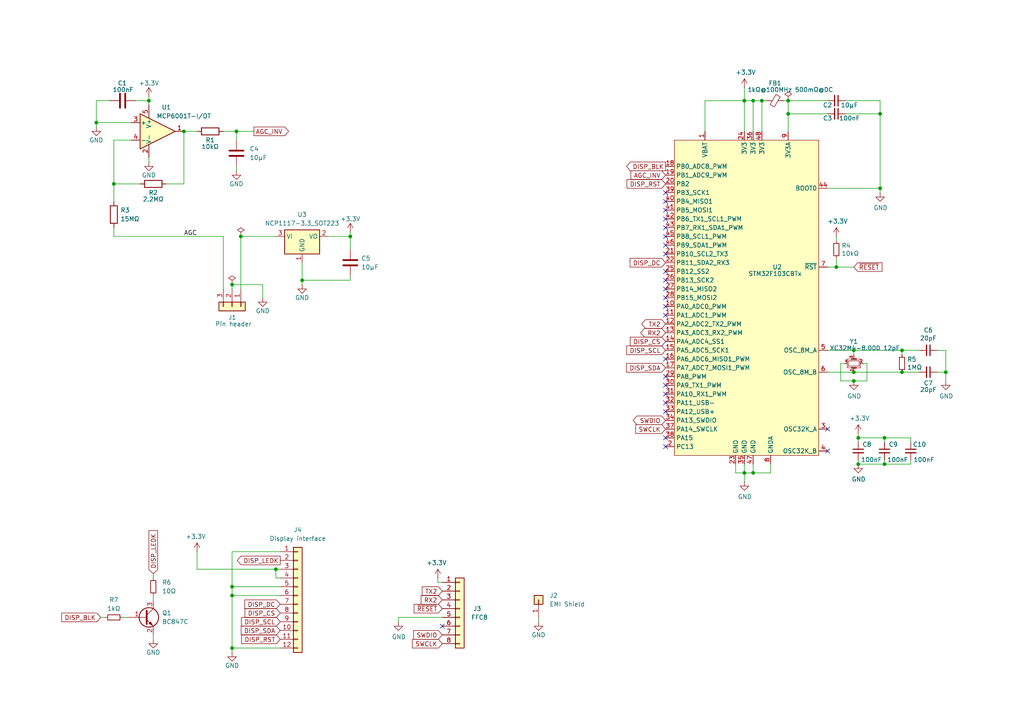
<source format=kicad_sch>
(kicad_sch (version 20231120) (generator "eeschema") (generator_version "8.0")
  (paper "A4")
  (title_block (title "U6A MCU Board") (date "2024-07-19") (company "Retronics - Bjørner Sandom"))
  (lib_symbols
    (symbol "Amplifier_Operational:MCP601-xOT" (pin_names (offset 0.127))
      (property "Reference" "U" (at -1.27 6.35 0))
      (property "Value" "MCP601-xOT" (at -1.27 3.81 0))
      (symbol "MCP601-xOT_0_1"
        (polyline (pts (xy -5.08 5.08) (xy 5.08 0) (xy -5.08 -5.08) (xy -5.08 5.08)) (stroke (width 0.254)) (fill (type background)))
        (pin power_in line (at -2.54 -7.62 90) (length 3.81) (name "V-") (number "2"))
        (pin power_in line (at -2.54 7.62 270) (length 3.81) (name "V+") (number "5"))
      )
      (symbol "MCP601-xOT_1_1"
        (pin output line (at 7.62 0 180) (length 2.54) (name "~") (number "1"))
        (pin input line (at -7.62 2.54 0) (length 2.54) (name "+") (number "3"))
        (pin input line (at -7.62 -2.54 0) (length 2.54) (name "-") (number "4"))
      )
    )
    (symbol "Connector_Generic:Conn_01x01" (pin_names (offset 1.016) hide)
      (property "Reference" "J" (at 0 2.54 0))
      (property "Value" "Conn_01x01" (at 0 -2.54 0))
      (symbol "Conn_01x01_1_1"
        (rectangle (start -1.27 0.127) (end 0 -0.127) (stroke (width 0.1524)))
        (rectangle (start -1.27 1.27) (end 1.27 -1.27) (stroke (width 0.254)) (fill (type background)))
        (pin passive line (at -5.08 0 0) (length 3.81) (name "Pin_1") (number "1"))
      )
    )
    (symbol "Connector_Generic:Conn_01x03" (pin_names (offset 1.016) hide)
      (property "Reference" "J" (at 0 5.08 0))
      (property "Value" "Conn_01x03" (at 0 -5.08 0))
      (symbol "Conn_01x03_1_1"
        (rectangle (start -1.27 -2.413) (end 0 -2.667) (stroke (width 0.1524)))
        (rectangle (start -1.27 0.127) (end 0 -0.127) (stroke (width 0.1524)))
        (rectangle (start -1.27 2.667) (end 0 2.413) (stroke (width 0.1524)))
        (rectangle (start -1.27 3.81) (end 1.27 -3.81) (stroke (width 0.254)) (fill (type background)))
        (pin passive line (at -5.08 2.54 0) (length 3.81) (name "Pin_1") (number "1"))
        (pin passive line (at -5.08 0 0) (length 3.81) (name "Pin_2") (number "2"))
        (pin passive line (at -5.08 -2.54 0) (length 3.81) (name "Pin_3") (number "3"))
      )
    )
    (symbol "Connector_Generic:Conn_01x08" (pin_names (offset 1.016) hide)
      (property "Reference" "J" (at 0 10.16 0))
      (property "Value" "Conn_01x08" (at 0 -12.7 0))
      (symbol "Conn_01x08_1_1"
        (rectangle (start -1.27 -10.033) (end 0 -10.287) (stroke (width 0.1524)))
        (rectangle (start -1.27 -7.493) (end 0 -7.747) (stroke (width 0.1524)))
        (rectangle (start -1.27 -4.953) (end 0 -5.207) (stroke (width 0.1524)))
        (rectangle (start -1.27 -2.413) (end 0 -2.667) (stroke (width 0.1524)))
        (rectangle (start -1.27 0.127) (end 0 -0.127) (stroke (width 0.1524)))
        (rectangle (start -1.27 2.667) (end 0 2.413) (stroke (width 0.1524)))
        (rectangle (start -1.27 5.207) (end 0 4.953) (stroke (width 0.1524)))
        (rectangle (start -1.27 7.747) (end 0 7.493) (stroke (width 0.1524)))
        (rectangle (start -1.27 8.89) (end 1.27 -11.43) (stroke (width 0.254)) (fill (type background)))
        (pin passive line (at -5.08 7.62 0) (length 3.81) (name "Pin_1") (number "1"))
        (pin passive line (at -5.08 5.08 0) (length 3.81) (name "Pin_2") (number "2"))
        (pin passive line (at -5.08 2.54 0) (length 3.81) (name "Pin_3") (number "3"))
        (pin passive line (at -5.08 0 0) (length 3.81) (name "Pin_4") (number "4"))
        (pin passive line (at -5.08 -2.54 0) (length 3.81) (name "Pin_5") (number "5"))
        (pin passive line (at -5.08 -5.08 0) (length 3.81) (name "Pin_6") (number "6"))
        (pin passive line (at -5.08 -7.62 0) (length 3.81) (name "Pin_7") (number "7"))
        (pin passive line (at -5.08 -10.16 0) (length 3.81) (name "Pin_8") (number "8"))
      )
    )
    (symbol "Connector_Generic:Conn_01x12" (pin_names (offset 1.016) hide)
      (property "Reference" "J" (at 0 15.24 0))
      (property "Value" "Conn_01x12" (at 0 -17.78 0))
      (symbol "Conn_01x12_1_1"
        (rectangle (start -1.27 -15.113) (end 0 -15.367) (stroke (width 0.1524)))
        (rectangle (start -1.27 -12.573) (end 0 -12.827) (stroke (width 0.1524)))
        (rectangle (start -1.27 -10.033) (end 0 -10.287) (stroke (width 0.1524)))
        (rectangle (start -1.27 -7.493) (end 0 -7.747) (stroke (width 0.1524)))
        (rectangle (start -1.27 -4.953) (end 0 -5.207) (stroke (width 0.1524)))
        (rectangle (start -1.27 -2.413) (end 0 -2.667) (stroke (width 0.1524)))
        (rectangle (start -1.27 0.127) (end 0 -0.127) (stroke (width 0.1524)))
        (rectangle (start -1.27 2.667) (end 0 2.413) (stroke (width 0.1524)))
        (rectangle (start -1.27 5.207) (end 0 4.953) (stroke (width 0.1524)))
        (rectangle (start -1.27 7.747) (end 0 7.493) (stroke (width 0.1524)))
        (rectangle (start -1.27 10.287) (end 0 10.033) (stroke (width 0.1524)))
        (rectangle (start -1.27 12.827) (end 0 12.573) (stroke (width 0.1524)))
        (rectangle (start -1.27 13.97) (end 1.27 -16.51) (stroke (width 0.254)) (fill (type background)))
        (pin passive line (at -5.08 12.7 0) (length 3.81) (name "Pin_1") (number "1"))
        (pin passive line (at -5.08 -10.16 0) (length 3.81) (name "Pin_10") (number "10"))
        (pin passive line (at -5.08 -12.7 0) (length 3.81) (name "Pin_11") (number "11"))
        (pin passive line (at -5.08 -15.24 0) (length 3.81) (name "Pin_12") (number "12"))
        (pin passive line (at -5.08 10.16 0) (length 3.81) (name "Pin_2") (number "2"))
        (pin passive line (at -5.08 7.62 0) (length 3.81) (name "Pin_3") (number "3"))
        (pin passive line (at -5.08 5.08 0) (length 3.81) (name "Pin_4") (number "4"))
        (pin passive line (at -5.08 2.54 0) (length 3.81) (name "Pin_5") (number "5"))
        (pin passive line (at -5.08 0 0) (length 3.81) (name "Pin_6") (number "6"))
        (pin passive line (at -5.08 -2.54 0) (length 3.81) (name "Pin_7") (number "7"))
        (pin passive line (at -5.08 -5.08 0) (length 3.81) (name "Pin_8") (number "8"))
        (pin passive line (at -5.08 -7.62 0) (length 3.81) (name "Pin_9") (number "9"))
      )
    )
    (symbol "Device:C" (pin_numbers hide) (pin_names (offset 0.254))
      (property "Reference" "C" (at 0.635 2.54 0))
      (property "Value" "C" (at 0.635 -2.54 0))
      (symbol "C_0_1"
        (polyline (pts (xy -2.032 -0.762) (xy 2.032 -0.762)) (stroke (width 0.508)))
        (polyline (pts (xy -2.032 0.762) (xy 2.032 0.762)) (stroke (width 0.508)))
      )
      (symbol "C_1_1"
        (pin passive line (at 0 3.81 270) (length 2.794) (name "~") (number "1"))
        (pin passive line (at 0 -3.81 90) (length 2.794) (name "~") (number "2"))
      )
    )
    (symbol "Device:C_Small" (pin_numbers hide) (pin_names (offset 0.254) hide)
      (property "Reference" "C" (at 0.254 1.778 0))
      (property "Value" "C_Small" (at 0.254 -2.032 0))
      (symbol "C_Small_0_1"
        (polyline (pts (xy -1.524 -0.508) (xy 1.524 -0.508)) (stroke (width 0.3302)))
        (polyline (pts (xy -1.524 0.508) (xy 1.524 0.508)) (stroke (width 0.3048)))
      )
      (symbol "C_Small_1_1"
        (pin passive line (at 0 2.54 270) (length 2.032) (name "~") (number "1"))
        (pin passive line (at 0 -2.54 90) (length 2.032) (name "~") (number "2"))
      )
    )
    (symbol "Device:Crystal_GND24_Small" (pin_names (offset 1.016) hide)
      (property "Reference" "Y" (at 1.27 4.445 0))
      (property "Value" "Crystal_GND24_Small" (at 1.27 2.54 0))
      (symbol "Crystal_GND24_Small_0_1"
        (rectangle (start -0.762 -1.524) (end 0.762 1.524))
        (polyline (pts (xy -1.27 -0.762) (xy -1.27 0.762)) (stroke (width 0.381)))
        (polyline (pts (xy 1.27 -0.762) (xy 1.27 0.762)) (stroke (width 0.381)))
        (polyline (pts (xy -1.27 -1.27) (xy -1.27 -1.905) (xy 1.27 -1.905) (xy 1.27 -1.27)))
        (polyline (pts (xy -1.27 1.27) (xy -1.27 1.905) (xy 1.27 1.905) (xy 1.27 1.27)))
      )
      (symbol "Crystal_GND24_Small_1_1"
        (pin passive line (at -2.54 0 0) (length 1.27) (name "1") (number "1"))
        (pin passive line (at 0 -2.54 90) (length 0.635) (name "2") (number "2"))
        (pin passive line (at 2.54 0 180) (length 1.27) (name "3") (number "3"))
        (pin passive line (at 0 2.54 270) (length 0.635) (name "4") (number "4"))
      )
    )
    (symbol "Device:FerriteBead_Small" (pin_numbers hide) (pin_names (offset 0))
      (property "Reference" "FB" (at 1.905 1.27 0))
      (property "Value" "FerriteBead_Small" (at 1.905 -1.27 0))
      (symbol "FerriteBead_Small_0_1"
        (polyline (pts (xy 0 -1.27) (xy 0 -0.7874)))
        (polyline (pts (xy 0 0.889) (xy 0 1.2954)))
        (polyline (pts (xy -1.8288 0.2794) (xy -1.1176 1.4986) (xy 1.8288 -0.2032) (xy 1.1176 -1.4224) (xy -1.8288 0.2794)))
      )
      (symbol "FerriteBead_Small_1_1"
        (pin passive line (at 0 2.54 270) (length 1.27) (name "~") (number "1"))
        (pin passive line (at 0 -2.54 90) (length 1.27) (name "~") (number "2"))
      )
    )
    (symbol "Device:R" (pin_numbers hide) (pin_names (offset 0))
      (property "Reference" "R" (at 2.032 0 90))
      (property "Value" "R" (at 0 0 90))
      (symbol "R_0_1"
        (rectangle (start -1.016 -2.54) (end 1.016 2.54) (stroke (width 0.254)))
      )
      (symbol "R_1_1"
        (pin passive line (at 0 3.81 270) (length 1.27) (name "~") (number "1"))
        (pin passive line (at 0 -3.81 90) (length 1.27) (name "~") (number "2"))
      )
    )
    (symbol "Device:R_Small" (pin_numbers hide) (pin_names (offset 0.254) hide)
      (property "Reference" "R" (at 0.762 0.508 0))
      (property "Value" "R_Small" (at 0.762 -1.016 0))
      (symbol "R_Small_0_1"
        (rectangle (start -0.762 1.778) (end 0.762 -1.778) (stroke (width 0.2032)))
      )
      (symbol "R_Small_1_1"
        (pin passive line (at 0 2.54 270) (length 0.762) (name "~") (number "1"))
        (pin passive line (at 0 -2.54 90) (length 0.762) (name "~") (number "2"))
      )
    )
    (symbol "Regulator_Linear:NCP1117-5.0_SOT223"
      (property "Reference" "U" (at -3.81 3.175 0))
      (property "Value" "NCP1117-5.0_SOT223" (at 0 3.175 0))
      (symbol "NCP1117-5.0_SOT223_0_1"
        (rectangle (start -5.08 -5.08) (end 5.08 1.905) (stroke (width 0.254)) (fill (type background)))
      )
      (symbol "NCP1117-5.0_SOT223_1_1"
        (pin power_in line (at 0 -7.62 90) (length 2.54) (name "GND") (number "1"))
        (pin power_out line (at 7.62 0 180) (length 2.54) (name "VO") (number "2"))
        (pin power_in line (at -7.62 0 0) (length 2.54) (name "VI") (number "3"))
      )
    )
    (symbol "Retronics_Microcontrollers:STM32F103Cx"
      (property "Reference" "U" (at 2.54 -3.81 0))
      (property "Value" "STM32F103Cx" (at -5.08 -6.35 0))
      (symbol "STM32F103Cx_0_1"
        (rectangle (start -19.05 12.7) (end 22.86 -78.74) (fill (type background)))
      )
      (symbol "STM32F103Cx_1_1"
        (pin power_in line (at -10.16 15.24 270) (length 2.54) (name "VBAT") (number "1"))
        (pin bidirectional line (at -21.59 -35.56 0) (length 2.54) (name "PA0_ADC0_PWM") (number "10"))
        (pin bidirectional line (at -21.59 -38.1 0) (length 2.54) (name "PA1_ADC1_PWM") (number "11"))
        (pin bidirectional line (at -21.59 -40.64 0) (length 2.54) (name "PA2_ADC2_TX2_PWM") (number "12"))
        (pin bidirectional line (at -21.59 -43.18 0) (length 2.54) (name "PA3_ADC3_RX2_PWM") (number "13"))
        (pin bidirectional line (at -21.59 -45.72 0) (length 2.54) (name "PA4_ADC4_SS1") (number "14"))
        (pin bidirectional line (at -21.59 -48.26 0) (length 2.54) (name "PA5_ADC5_SCK1") (number "15"))
        (pin bidirectional line (at -21.59 -50.8 0) (length 2.54) (name "PA6_ADC6_MISO1_PWM") (number "16"))
        (pin bidirectional line (at -21.59 -53.34 0) (length 2.54) (name "PA7_ADC7_MOSI1_PWM") (number "17"))
        (pin bidirectional line (at -21.59 5.08 0) (length 2.54) (name "PB0_ADC8_PWM") (number "18"))
        (pin bidirectional line (at -21.59 2.54 0) (length 2.54) (name "PB1_ADC9_PWM") (number "19"))
        (pin bidirectional line (at -21.59 -76.2 0) (length 2.54) (name "PC13") (number "2"))
        (pin bidirectional line (at -21.59 0 0) (length 2.54) (name "PB2") (number "20"))
        (pin bidirectional line (at -21.59 -20.32 0) (length 2.54) (name "PB10_SCL2_TX3") (number "21"))
        (pin bidirectional line (at -21.59 -22.86 0) (length 2.54) (name "PB11_SDA2_RX3") (number "22"))
        (pin power_in line (at -1.27 -81.28 90) (length 2.54) (name "GND") (number "23"))
        (pin power_in line (at 1.27 15.24 270) (length 2.54) (name "3V3") (number "24"))
        (pin bidirectional line (at -21.59 -25.4 0) (length 2.54) (name "PB12_SS2") (number "25"))
        (pin bidirectional line (at -21.59 -27.94 0) (length 2.54) (name "PB13_SCK2") (number "26"))
        (pin bidirectional line (at -21.59 -30.48 0) (length 2.54) (name "PB14_MISO2") (number "27"))
        (pin bidirectional line (at -21.59 -33.02 0) (length 2.54) (name "PB15_MOSI2") (number "28"))
        (pin bidirectional line (at -21.59 -55.88 0) (length 2.54) (name "PA8_PWM") (number "29"))
        (pin bidirectional line (at 25.4 -71.12 180) (length 2.54) (name "OSC32K_A") (number "3"))
        (pin bidirectional line (at -21.59 -58.42 0) (length 2.54) (name "PA9_TX1_PWM") (number "30"))
        (pin bidirectional line (at -21.59 -60.96 0) (length 2.54) (name "PA10_RX1_PWM") (number "31"))
        (pin bidirectional line (at -21.59 -63.5 0) (length 2.54) (name "PA11_USB-") (number "32"))
        (pin bidirectional line (at -21.59 -66.04 0) (length 2.54) (name "PA12_USB+") (number "33"))
        (pin bidirectional line (at -21.59 -68.58 0) (length 2.54) (name "PA13_SWDIO") (number "34"))
        (pin power_in line (at 1.27 -81.28 90) (length 2.54) (name "GND") (number "35"))
        (pin power_in line (at 3.81 15.24 270) (length 2.54) (name "3V3") (number "36"))
        (pin bidirectional line (at -21.59 -71.12 0) (length 2.54) (name "PA14_SWCLK") (number "37"))
        (pin bidirectional line (at -21.59 -73.66 0) (length 2.54) (name "PA15") (number "38"))
        (pin bidirectional line (at -21.59 -2.54 0) (length 2.54) (name "PB3_SCK1") (number "39"))
        (pin bidirectional line (at 25.4 -77.47 180) (length 2.54) (name "OSC32K_B") (number "4"))
        (pin bidirectional line (at -21.59 -5.08 0) (length 2.54) (name "PB4_MISO1") (number "40"))
        (pin bidirectional line (at -21.59 -7.62 0) (length 2.54) (name "PB5_MOSI1") (number "41"))
        (pin bidirectional line (at -21.59 -10.16 0) (length 2.54) (name "PB6_TX1_SCL1_PWM") (number "42"))
        (pin bidirectional line (at -21.59 -12.7 0) (length 2.54) (name "PB7_RX1_SDA1_PWM") (number "43"))
        (pin input line (at 25.4 -1.27 180) (length 2.54) (name "BOOT0") (number "44"))
        (pin bidirectional line (at -21.59 -15.24 0) (length 2.54) (name "PB8_SCL1_PWM") (number "45"))
        (pin bidirectional line (at -21.59 -17.78 0) (length 2.54) (name "PB9_SDA1_PWM") (number "46"))
        (pin power_in line (at 3.81 -81.28 90) (length 2.54) (name "GND") (number "47"))
        (pin power_in line (at 6.35 15.24 270) (length 2.54) (name "3V3") (number "48"))
        (pin bidirectional line (at 25.4 -48.26 180) (length 2.54) (name "OSC_8M_A") (number "5"))
        (pin bidirectional line (at 25.4 -54.61 180) (length 2.54) (name "OSC_8M_B") (number "6"))
        (pin input line (at 25.4 -24.13 180) (length 2.54) (name "~{RST}") (number "7"))
        (pin power_in line (at 8.89 -81.28 90) (length 2.54) (name "GNDA") (number "8"))
        (pin power_in line (at 13.97 15.24 270) (length 2.54) (name "3V3A") (number "9"))
      )
    )
    (symbol "Transistor_BJT:BC847" (pin_names (offset 0) hide)
      (property "Reference" "Q" (at 5.08 1.905 0))
      (property "Value" "BC847" (at 5.08 0 0))
      (symbol "BC847_0_1"
        (polyline (pts (xy 0.635 0.635) (xy 2.54 2.54)))
        (polyline (pts (xy 0.635 -0.635) (xy 2.54 -2.54) (xy 2.54 -2.54)))
        (polyline (pts (xy 0.635 1.905) (xy 0.635 -1.905) (xy 0.635 -1.905)) (stroke (width 0.508)))
        (polyline (pts (xy 1.27 -1.778) (xy 1.778 -1.27) (xy 2.286 -2.286) (xy 1.27 -1.778) (xy 1.27 -1.778)) (fill (type outline)))
        (circle (center 1.27 0) (radius 2.8194) (stroke (width 0.254)))
      )
      (symbol "BC847_1_1"
        (pin input line (at -5.08 0 0) (length 5.715) (name "B") (number "1"))
        (pin passive line (at 2.54 -5.08 90) (length 2.54) (name "E") (number "2"))
        (pin passive line (at 2.54 5.08 270) (length 2.54) (name "C") (number "3"))
      )
    )
    (symbol "power:+3.3V" (power) (pin_numbers hide) (pin_names (offset 0) hide)
      (property "Value" "+3.3V" (at 0 3.556 0))
      (symbol "+3.3V_0_1"
        (polyline (pts (xy -0.762 1.27) (xy 0 2.54)))
        (polyline (pts (xy 0 0) (xy 0 2.54)))
        (polyline (pts (xy 0 2.54) (xy 0.762 1.27)))
      )
      (symbol "+3.3V_1_1"
        (pin power_in line (at 0 0 90) (length 0) (name "~") (number "1"))
      )
    )
    (symbol "power:GND" (power) (pin_numbers hide) (pin_names (offset 0) hide)
      (property "Value" "GND" (at 0 -3.81 0))
      (symbol "GND_0_1"
        (polyline (pts (xy 0 0) (xy 0 -1.27) (xy 1.27 -1.27) (xy 0 -2.54) (xy -1.27 -1.27) (xy 0 -1.27)))
      )
      (symbol "GND_1_1"
        (pin power_in line (at 0 0 270) (length 0) (name "~") (number "1"))
      )
    )
    (symbol "power:PWR_FLAG" (power) (pin_numbers hide) (pin_names (offset 0) hide)
      (property "Value" "PWR_FLAG" (at 0 3.81 0))
      (symbol "PWR_FLAG_0_0"
        (pin power_out line (at 0 0 90) (length 0) (name "~") (number "1"))
      )
      (symbol "PWR_FLAG_0_1"
        (polyline (pts (xy 0 0) (xy 0 1.27) (xy -1.016 1.905) (xy 0 2.54) (xy 1.016 1.905) (xy 0 1.27)))
      )
    )
  )
  (junction (at 248.92 127))
  (junction (at 69.85 68.58))
  (junction (at 67.31 170.18))
  (junction (at 67.31 187.96))
  (junction (at 68.58 38.1))
  (junction (at 43.18 29.21))
  (junction (at 218.44 137.16))
  (junction (at 228.6 33.02))
  (junction (at 261.62 107.95))
  (junction (at 255.27 33.02))
  (junction (at 218.44 29.21))
  (junction (at 261.62 101.6))
  (junction (at 101.6 68.58))
  (junction (at 256.54 127))
  (junction (at 67.31 82.55))
  (junction (at 67.31 172.72))
  (junction (at 242.57 77.47))
  (junction (at 215.9 29.21))
  (junction (at 215.9 137.16))
  (junction (at 247.65 101.6))
  (junction (at 247.65 110.49))
  (junction (at 27.94 35.56))
  (junction (at 247.65 107.95))
  (junction (at 255.27 54.61))
  (junction (at 256.54 134.62))
  (junction (at 33.02 53.34))
  (junction (at 87.63 81.28))
  (junction (at 220.98 29.21))
  (junction (at 53.34 38.1))
  (junction (at 228.6 29.21))
  (junction (at 274.32 107.95))
  (junction (at 80.01 165.1))
  (junction (at 248.92 134.62))
  (no_connect (at 193.04 78.74))
  (no_connect (at 193.04 109.22))
  (no_connect (at 193.04 66.04))
  (no_connect (at 193.04 81.28))
  (no_connect (at 193.04 68.58))
  (no_connect (at 193.04 55.88))
  (no_connect (at 193.04 63.5))
  (no_connect (at 193.04 88.9))
  (no_connect (at 193.04 111.76))
  (no_connect (at 240.03 130.81))
  (no_connect (at 193.04 83.82))
  (no_connect (at 193.04 91.44))
  (no_connect (at 240.03 124.46))
  (no_connect (at 193.04 60.96))
  (no_connect (at 193.04 114.3))
  (no_connect (at 193.04 116.84))
  (no_connect (at 193.04 129.54))
  (no_connect (at 193.04 58.42))
  (no_connect (at 193.04 71.12))
  (no_connect (at 193.04 73.66))
  (no_connect (at 193.04 119.38))
  (no_connect (at 193.04 86.36))
  (no_connect (at 193.04 127))
  (no_connect (at 128.27 181.61))
  (no_connect (at 193.04 104.14))
  (wire (pts (xy 39.37 29.21) (xy 43.18 29.21)))
  (wire (pts (xy 256.54 128.27) (xy 256.54 127)))
  (wire (pts (xy 240.03 33.02) (xy 228.6 33.02)))
  (wire (pts (xy 264.16 127) (xy 264.16 128.27)))
  (wire (pts (xy 33.02 53.34) (xy 40.64 53.34)))
  (wire (pts (xy 242.57 68.58) (xy 242.57 69.85)))
  (wire (pts (xy 264.16 133.35) (xy 264.16 134.62)))
  (wire (pts (xy 69.85 68.58) (xy 80.01 68.58)))
  (wire (pts (xy 44.45 184.15) (xy 44.45 185.42)))
  (wire (pts (xy 242.57 74.93) (xy 242.57 77.47)))
  (wire (pts (xy 67.31 172.72) (xy 81.28 172.72)))
  (wire (pts (xy 215.9 29.21) (xy 215.9 38.1)))
  (wire (pts (xy 67.31 187.96) (xy 67.31 172.72)))
  (wire (pts (xy 248.92 125.73) (xy 248.92 127)))
  (wire (pts (xy 33.02 68.58) (xy 64.77 68.58)))
  (wire (pts (xy 240.03 29.21) (xy 228.6 29.21)))
  (wire (pts (xy 255.27 33.02) (xy 255.27 54.61)))
  (wire (pts (xy 67.31 187.96) (xy 67.31 189.23)))
  (wire (pts (xy 243.84 110.49) (xy 247.65 110.49)))
  (wire (pts (xy 27.94 35.56) (xy 38.1 35.56)))
  (wire (pts (xy 87.63 81.28) (xy 87.63 82.55)))
  (wire (pts (xy 48.26 53.34) (xy 53.34 53.34)))
  (wire (pts (xy 68.58 38.1) (xy 64.77 38.1)))
  (wire (pts (xy 248.92 128.27) (xy 248.92 127)))
  (wire (pts (xy 44.45 172.72) (xy 44.45 173.99)))
  (wire (pts (xy 213.36 137.16) (xy 215.9 137.16)))
  (wire (pts (xy 248.92 133.35) (xy 248.92 134.62)))
  (wire (pts (xy 255.27 29.21) (xy 255.27 33.02)))
  (wire (pts (xy 255.27 54.61) (xy 255.27 55.88)))
  (wire (pts (xy 127 167.64) (xy 127 168.91)))
  (wire (pts (xy 27.94 29.21) (xy 31.75 29.21)))
  (wire (pts (xy 87.63 76.2) (xy 87.63 81.28)))
  (wire (pts (xy 218.44 29.21) (xy 220.98 29.21)))
  (wire (pts (xy 67.31 170.18) (xy 81.28 170.18)))
  (wire (pts (xy 215.9 134.62) (xy 215.9 137.16)))
  (wire (pts (xy 256.54 127) (xy 264.16 127)))
  (wire (pts (xy 33.02 40.64) (xy 38.1 40.64)))
  (wire (pts (xy 248.92 127) (xy 256.54 127)))
  (wire (pts (xy 80.01 165.1) (xy 81.28 165.1)))
  (wire (pts (xy 80.01 167.64) (xy 81.28 167.64)))
  (wire (pts (xy 245.11 105.41) (xy 243.84 105.41)))
  (wire (pts (xy 115.57 179.07) (xy 128.27 179.07)))
  (wire (pts (xy 43.18 27.94) (xy 43.18 29.21)))
  (wire (pts (xy 247.65 101.6) (xy 261.62 101.6)))
  (wire (pts (xy 247.65 107.95) (xy 261.62 107.95)))
  (wire (pts (xy 43.18 29.21) (xy 43.18 30.48)))
  (wire (pts (xy 95.25 68.58) (xy 101.6 68.58)))
  (wire (pts (xy 76.2 82.55) (xy 76.2 86.36)))
  (wire (pts (xy 242.57 77.47) (xy 247.65 77.47)))
  (wire (pts (xy 35.56 179.07) (xy 36.83 179.07)))
  (wire (pts (xy 220.98 29.21) (xy 220.98 38.1)))
  (wire (pts (xy 274.32 101.6) (xy 274.32 107.95)))
  (wire (pts (xy 240.03 107.95) (xy 247.65 107.95)))
  (wire (pts (xy 243.84 105.41) (xy 243.84 110.49)))
  (wire (pts (xy 266.7 101.6) (xy 261.62 101.6)))
  (wire (pts (xy 101.6 67.31) (xy 101.6 68.58)))
  (wire (pts (xy 27.94 35.56) (xy 27.94 29.21)))
  (wire (pts (xy 67.31 83.82) (xy 67.31 82.55)))
  (wire (pts (xy 67.31 170.18) (xy 67.31 172.72)))
  (wire (pts (xy 87.63 81.28) (xy 101.6 81.28)))
  (wire (pts (xy 256.54 133.35) (xy 256.54 134.62)))
  (wire (pts (xy 80.01 167.64) (xy 80.01 165.1)))
  (wire (pts (xy 223.52 137.16) (xy 218.44 137.16)))
  (wire (pts (xy 204.47 29.21) (xy 215.9 29.21)))
  (wire (pts (xy 228.6 29.21) (xy 228.6 33.02)))
  (wire (pts (xy 101.6 81.28) (xy 101.6 80.01)))
  (wire (pts (xy 101.6 72.39) (xy 101.6 68.58)))
  (wire (pts (xy 256.54 134.62) (xy 248.92 134.62)))
  (wire (pts (xy 213.36 134.62) (xy 213.36 137.16)))
  (wire (pts (xy 245.11 29.21) (xy 255.27 29.21)))
  (wire (pts (xy 33.02 40.64) (xy 33.02 53.34)))
  (wire (pts (xy 215.9 139.7) (xy 215.9 137.16)))
  (wire (pts (xy 64.77 68.58) (xy 64.77 83.82)))
  (wire (pts (xy 67.31 82.55) (xy 76.2 82.55)))
  (wire (pts (xy 240.03 101.6) (xy 247.65 101.6)))
  (wire (pts (xy 53.34 53.34) (xy 53.34 38.1)))
  (wire (pts (xy 261.62 101.6) (xy 261.62 102.87)))
  (wire (pts (xy 68.58 49.53) (xy 68.58 48.26)))
  (wire (pts (xy 29.21 179.07) (xy 30.48 179.07)))
  (wire (pts (xy 274.32 107.95) (xy 274.32 110.49)))
  (wire (pts (xy 240.03 77.47) (xy 242.57 77.47)))
  (wire (pts (xy 223.52 134.62) (xy 223.52 137.16)))
  (wire (pts (xy 67.31 160.02) (xy 67.31 170.18)))
  (wire (pts (xy 218.44 38.1) (xy 218.44 29.21)))
  (wire (pts (xy 240.03 54.61) (xy 255.27 54.61)))
  (wire (pts (xy 227.33 29.21) (xy 228.6 29.21)))
  (wire (pts (xy 44.45 166.37) (xy 44.45 167.64)))
  (wire (pts (xy 222.25 29.21) (xy 220.98 29.21)))
  (wire (pts (xy 43.18 45.72) (xy 43.18 46.99)))
  (wire (pts (xy 247.65 110.49) (xy 251.46 110.49)))
  (wire (pts (xy 271.78 101.6) (xy 274.32 101.6)))
  (wire (pts (xy 33.02 66.04) (xy 33.02 68.58)))
  (wire (pts (xy 57.15 165.1) (xy 80.01 165.1)))
  (wire (pts (xy 57.15 160.02) (xy 57.15 165.1)))
  (wire (pts (xy 228.6 33.02) (xy 228.6 38.1)))
  (wire (pts (xy 204.47 38.1) (xy 204.47 29.21)))
  (wire (pts (xy 261.62 107.95) (xy 266.7 107.95)))
  (wire (pts (xy 68.58 38.1) (xy 73.66 38.1)))
  (wire (pts (xy 215.9 29.21) (xy 218.44 29.21)))
  (wire (pts (xy 215.9 137.16) (xy 218.44 137.16)))
  (wire (pts (xy 68.58 40.64) (xy 68.58 38.1)))
  (wire (pts (xy 156.21 179.07) (xy 156.21 180.34)))
  (wire (pts (xy 251.46 105.41) (xy 251.46 110.49)))
  (wire (pts (xy 247.65 101.6) (xy 247.65 102.87)))
  (wire (pts (xy 67.31 187.96) (xy 81.28 187.96)))
  (wire (pts (xy 53.34 38.1) (xy 57.15 38.1)))
  (wire (pts (xy 127 168.91) (xy 128.27 168.91)))
  (wire (pts (xy 245.11 33.02) (xy 255.27 33.02)))
  (wire (pts (xy 218.44 137.16) (xy 218.44 134.62)))
  (wire (pts (xy 215.9 25.4) (xy 215.9 29.21)))
  (wire (pts (xy 69.85 68.58) (xy 69.85 83.82)))
  (wire (pts (xy 264.16 134.62) (xy 256.54 134.62)))
  (wire (pts (xy 81.28 160.02) (xy 67.31 160.02)))
  (wire (pts (xy 274.32 107.95) (xy 271.78 107.95)))
  (wire (pts (xy 251.46 105.41) (xy 250.19 105.41)))
  (wire (pts (xy 27.94 36.83) (xy 27.94 35.56)))
  (wire (pts (xy 115.57 180.34) (xy 115.57 179.07)))
  (wire (pts (xy 33.02 58.42) (xy 33.02 53.34)))
  (label "AGC" (at 53.34 68.58 0))
  (global_label "TX2" (shape bidirectional) (at 193.04 93.98 180) (property "Intersheetrefs" "${INTERSHEET_REFS}" (effects (hide yes))))
  (global_label "AGC_INV" (shape output) (at 73.66 38.1 0) (property "Intersheetrefs" "${INTERSHEET_REFS}" (effects (hide yes))))
  (global_label "TX2" (shape input) (at 128.27 171.45 180) (property "Intersheetrefs" "${INTERSHEET_REFS}" (effects (hide yes))))
  (global_label "SWDIO" (shape bidirectional) (at 193.04 121.92 180) (property "Intersheetrefs" "${INTERSHEET_REFS}" (effects (hide yes))))
  (global_label "SWCLK" (shape input) (at 193.04 124.46 180) (property "Intersheetrefs" "${INTERSHEET_REFS}" (effects (hide yes))))
  (global_label "DISP_CS" (shape input) (at 193.04 99.06 180) (property "Intersheetrefs" "${INTERSHEET_REFS}" (effects (hide yes))))
  (global_label "DISP_SDA" (shape input) (at 81.28 182.88 180) (property "Intersheetrefs" "${INTERSHEET_REFS}" (effects (hide yes))))
  (global_label "~{RESET}" (shape input) (at 128.27 176.53 180) (property "Intersheetrefs" "${INTERSHEET_REFS}" (effects (hide yes))))
  (global_label "DISP_BLK" (shape output) (at 193.04 48.26 180) (property "Intersheetrefs" "${INTERSHEET_REFS}" (effects (hide yes))))
  (global_label "DISP_DC" (shape input) (at 81.28 175.26 180) (property "Intersheetrefs" "${INTERSHEET_REFS}" (effects (hide yes))))
  (global_label "DISP_RST" (shape input) (at 81.28 185.42 180) (property "Intersheetrefs" "${INTERSHEET_REFS}" (effects (hide yes))))
  (global_label "DISP_SCL" (shape input) (at 193.04 101.6 180) (property "Intersheetrefs" "${INTERSHEET_REFS}" (effects (hide yes))))
  (global_label "SWDIO" (shape input) (at 128.27 184.15 180) (property "Intersheetrefs" "${INTERSHEET_REFS}" (effects (hide yes))))
  (global_label "AGC_INV" (shape input) (at 193.04 50.8 180) (property "Intersheetrefs" "${INTERSHEET_REFS}" (effects (hide yes))))
  (global_label "DISP_SDA" (shape input) (at 193.04 106.68 180) (property "Intersheetrefs" "${INTERSHEET_REFS}" (effects (hide yes))))
  (global_label "DISP_LEDK" (shape output) (at 81.28 162.56 180) (property "Intersheetrefs" "${INTERSHEET_REFS}" (effects (hide yes))))
  (global_label "RX2" (shape input) (at 128.27 173.99 180) (property "Intersheetrefs" "${INTERSHEET_REFS}" (effects (hide yes))))
  (global_label "DISP_SCL" (shape input) (at 81.28 180.34 180) (property "Intersheetrefs" "${INTERSHEET_REFS}" (effects (hide yes))))
  (global_label "DISP_RST" (shape input) (at 193.04 53.34 180) (property "Intersheetrefs" "${INTERSHEET_REFS}" (effects (hide yes))))
  (global_label "DISP_DC" (shape input) (at 193.04 76.2 180) (property "Intersheetrefs" "${INTERSHEET_REFS}" (effects (hide yes))))
  (global_label "SWCLK" (shape input) (at 128.27 186.69 180) (property "Intersheetrefs" "${INTERSHEET_REFS}" (effects (hide yes))))
  (global_label "RX2" (shape bidirectional) (at 193.04 96.52 180) (property "Intersheetrefs" "${INTERSHEET_REFS}" (effects (hide yes))))
  (global_label "~{RESET}" (shape input) (at 247.65 77.47 0) (property "Intersheetrefs" "${INTERSHEET_REFS}" (effects (hide yes))))
  (global_label "DISP_BLK" (shape input) (at 29.21 179.07 180) (property "Intersheetrefs" "${INTERSHEET_REFS}" (effects (hide yes))))
  (global_label "DISP_CS" (shape input) (at 81.28 177.8 180) (property "Intersheetrefs" "${INTERSHEET_REFS}" (effects (hide yes))))
  (global_label "DISP_LEDK" (shape input) (at 44.45 166.37 90) (property "Intersheetrefs" "${INTERSHEET_REFS}" (effects (hide yes))))
  (symbol (lib_id "Device:C_Small") (at 248.92 130.81 0) (unit 1)
    (property "Reference" "C8" (at 251.46 128.905 0))
    (property "Value" "100nF" (at 252.73 133.35 0))
    (property "Footprint" "Capacitor_SMD:C_0603_1608Metric_Pad1.08x0.95mm_HandSolder" (effects (hide yes)))
  )
  (symbol (lib_id "power:+3.3V") (at 248.92 125.73 0) (unit 1)
    (property "Reference" "#PWR016" (effects (hide yes)))
    (property "Value" "+3.3V" (at 249.301 121.3358 0))
    (property "Description" "Power symbol creates a global label with name \"+3.3V\"" (effects (hide yes)))
  )
  (symbol (lib_id "Connector_Generic:Conn_01x03") (at 67.31 88.9 270) (unit 1)
    (property "Reference" "J1" (at 68.58 92.075 90) (effects (justify right)))
    (property "Value" "Pin header" (at 73.025 93.98 90) (effects (justify right)))
    (property "Footprint" "Retronics_Connectors:PinHeader_1x03_P2.54mm_Horizontal_Alt" (effects (hide yes)))
  )
  (symbol (lib_id "Connector_Generic:Conn_01x12") (at 86.36 172.72 0) (unit 1)
    (property "Reference" "J4" (at 86.36 153.67 0))
    (property "Value" "Display interface" (at 86.36 156.21 0))
    (property "Footprint" "Retronics_Connectors:505110-1292" (effects (hide yes)))
    (property "Description" "Generic connector, single row, 01x12, script generated (kicad-library-utils/schlib/autogen/connector/)" (effects (hide yes)))
  )
  (symbol (lib_id "Retronics_Microcontrollers:STM32F103Cx") (at 214.63 53.34 0) (unit 1)
    (property "Reference" "U2" (at 225.425 77.47 0))
    (property "Value" "STM32F103CBTx" (at 224.79 79.375 0))
    (property "Footprint" "Package_QFP:LQFP-48_7x7mm_P0.5mm" (effects (hide yes)))
    (property "Datasheet" "http://www.st.com/st-web-ui/static/active/en/resource/technical/document/datasheet/CD00161566.pdf" (effects (hide yes)))
    (property "Description" "ARM Cortex-M3 MCU, 64/128KB flash, 20KB RAM, 72MHz, 2-3.6V, 37 GPIO, LQFP-48" (effects (hide yes)))
  )
  (symbol (lib_id "Regulator_Linear:NCP1117-5.0_SOT223") (at 87.63 68.58 0) (unit 1)
    (property "Reference" "U3" (at 87.63 62.23 0))
    (property "Value" "NCP1117-3.3_SOT223" (at 87.63 64.77 0))
    (property "Footprint" "Retronics_IC_Power:SOT-223-3_TabPin2" (effects (hide yes)))
    (property "Datasheet" "http://www.onsemi.com/pub_link/Collateral/NCP1117-D.PDF" (effects (hide yes)))
  )
  (symbol (lib_id "Device:C_Small") (at 242.57 29.21 270) (unit 1)
    (property "Reference" "C2" (at 240.03 30.48 90))
    (property "Value" "10µF" (at 246.38 30.48 90))
    (property "Footprint" "Capacitor_SMD:C_0603_1608Metric_Pad1.08x0.95mm_HandSolder" (effects (hide yes)))
  )
  (symbol (lib_id "power:+3.3V") (at 127 167.64 0) (mirror y) (unit 1)
    (property "Reference" "#PWR011" (effects (hide yes)))
    (property "Value" "+3.3V" (at 126.619 163.2458 0))
    (property "Description" "Power symbol creates a global label with name \"+3.3V\"" (effects (hide yes)))
  )
  (symbol (lib_id "power:GND") (at 274.32 110.49 0) (unit 1)
    (property "Reference" "#PWR015" (effects (hide yes)))
    (property "Value" "GND" (at 274.447 114.8842 0))
  )
  (symbol (lib_id "Device:R") (at 60.96 38.1 90) (unit 1)
    (property "Reference" "R1" (at 60.96 40.64 90))
    (property "Value" "10kΩ" (at 60.96 42.545 90))
    (property "Footprint" "Retronics_Passives:R_0603_1608Metric_Pad0.98x0.95mm_HandSolder" (effects (hide yes)))
  )
  (symbol (lib_id "Connector_Generic:Conn_01x01") (at 156.21 173.99 90) (unit 1)
    (property "Reference" "J2" (at 159.385 172.72 90) (effects (justify right)))
    (property "Value" "EMI Shield" (at 159.385 175.26 90) (effects (justify right)))
    (property "Footprint" "Retronics_Hardware:EMI_Shield_MS207-10S" (effects (hide yes)))
  )
  (symbol (lib_id "Device:C_Small") (at 242.57 33.02 270) (unit 1)
    (property "Reference" "C3" (at 240.03 34.29 90))
    (property "Value" "100nF" (at 246.38 34.29 90))
    (property "Footprint" "Capacitor_SMD:C_0603_1608Metric_Pad1.08x0.95mm_HandSolder" (effects (hide yes)))
  )
  (symbol (lib_id "power:GND") (at 248.92 134.62 0) (unit 1)
    (property "Reference" "#PWR017" (effects (hide yes)))
    (property "Value" "GND" (at 249.047 139.0142 0))
  )
  (symbol (lib_id "Device:C") (at 35.56 29.21 90) (unit 1)
    (property "Reference" "C1" (at 36.83 24.13 90) (effects (justify left)))
    (property "Value" "100nF" (at 38.735 26.035 90) (effects (justify left)))
    (property "Footprint" "Retronics_Passives:C_0603_1608Metric_Pad1.08x0.95mm_HandSolder" (effects (hide yes)))
  )
  (symbol (lib_id "power:GND") (at 44.45 185.42 0) (unit 1)
    (property "Reference" "#PWR020" (effects (hide yes)))
    (property "Value" "GND" (at 44.45 189.23 0))
    (property "Description" "Power symbol creates a global label with name \"GND\" , ground" (effects (hide yes)))
  )
  (symbol (lib_id "Device:R_Small") (at 242.57 72.39 180) (unit 1)
    (property "Reference" "R4" (at 244.0686 71.2216 0) (effects (justify right)))
    (property "Value" "10kΩ" (at 244.0686 73.533 0) (effects (justify right)))
    (property "Footprint" "Resistor_SMD:R_0603_1608Metric_Pad0.98x0.95mm_HandSolder" (effects (hide yes)))
  )
  (symbol (lib_id "power:GND") (at 68.58 49.53 0) (unit 1)
    (property "Reference" "#PWR05" (effects (hide yes)))
    (property "Value" "GND" (at 68.58 53.34 0))
    (property "Description" "Power symbol creates a global label with name \"GND\" , ground" (effects (hide yes)))
  )
  (symbol (lib_id "power:GND") (at 43.18 46.99 0) (unit 1)
    (property "Reference" "#PWR04" (effects (hide yes)))
    (property "Value" "GND" (at 43.18 50.8 0))
    (property "Description" "Power symbol creates a global label with name \"GND\" , ground" (effects (hide yes)))
  )
  (symbol (lib_id "Device:C_Small") (at 269.24 101.6 270) (unit 1)
    (property "Reference" "C6" (at 269.24 95.7834 90))
    (property "Value" "20pF" (at 269.24 98.0948 90))
    (property "Footprint" "Capacitor_SMD:C_0603_1608Metric_Pad1.08x0.95mm_HandSolder" (effects (hide yes)))
  )
  (symbol (lib_id "power:GND") (at 76.2 86.36 0) (unit 1)
    (property "Reference" "#PWR010" (effects (hide yes)))
    (property "Value" "GND" (at 76.2 90.17 0))
    (property "Description" "Power symbol creates a global label with name \"GND\" , ground" (effects (hide yes)))
  )
  (symbol (lib_id "Device:C_Small") (at 269.24 107.95 270) (unit 1)
    (property "Reference" "C7" (at 269.24 111.125 90))
    (property "Value" "20pF" (at 269.24 113.03 90))
    (property "Footprint" "Capacitor_SMD:C_0603_1608Metric_Pad1.08x0.95mm_HandSolder" (effects (hide yes)))
  )
  (symbol (lib_id "power:+3.3V") (at 242.57 68.58 0) (unit 1)
    (property "Reference" "#PWR08" (effects (hide yes)))
    (property "Value" "+3.3V" (at 242.951 64.1858 0))
    (property "Description" "Power symbol creates a global label with name \"+3.3V\"" (effects (hide yes)))
  )
  (symbol (lib_id "power:PWR_FLAG") (at 67.31 82.55 0) (unit 1)
    (property "Reference" "#FLG03" (effects (hide yes)))
    (property "Value" "PWR_FLAG" (effects (hide yes)))
    (property "Description" "Special symbol for telling ERC where power comes from" (effects (hide yes)))
  )
  (symbol (lib_id "Device:C") (at 101.6 76.2 0) (unit 1)
    (property "Reference" "C5" (at 104.775 74.93 0) (effects (justify left)))
    (property "Value" "10µF" (at 104.775 77.47 0) (effects (justify left)))
    (property "Footprint" "Retronics_Passives:C_0603_1608Metric_Pad1.08x0.95mm_HandSolder" (effects (hide yes)))
  )
  (symbol (lib_id "Device:C_Small") (at 264.16 130.81 0) (unit 1)
    (property "Reference" "C10" (at 266.7 128.905 0))
    (property "Value" "100nF" (at 267.97 133.35 0))
    (property "Footprint" "Capacitor_SMD:C_0603_1608Metric_Pad1.08x0.95mm_HandSolder" (effects (hide yes)))
  )
  (symbol (lib_id "Device:R_Small") (at 261.62 105.41 180) (unit 1)
    (property "Reference" "R5" (at 263.1186 104.2416 0) (effects (justify right)))
    (property "Value" "1MΩ" (at 263.1186 106.553 0) (effects (justify right)))
    (property "Footprint" "Resistor_SMD:R_0603_1608Metric_Pad0.98x0.95mm_HandSolder" (effects (hide yes)))
  )
  (symbol (lib_id "Device:R") (at 44.45 53.34 90) (unit 1)
    (property "Reference" "R2" (at 44.45 55.88 90))
    (property "Value" "2.2MΩ" (at 44.45 57.785 90))
    (property "Footprint" "Retronics_Passives:R_0603_1608Metric_Pad0.98x0.95mm_HandSolder" (effects (hide yes)))
  )
  (symbol (lib_id "power:GND") (at 215.9 139.7 0) (unit 1)
    (property "Reference" "#PWR018" (effects (hide yes)))
    (property "Value" "GND" (at 216.027 144.0942 0))
  )
  (symbol (lib_id "power:+3.3V") (at 57.15 160.02 0) (mirror y) (unit 1)
    (property "Reference" "#PWR019" (effects (hide yes)))
    (property "Value" "+3.3V" (at 56.769 155.6258 0))
    (property "Description" "Power symbol creates a global label with name \"+3.3V\"" (effects (hide yes)))
  )
  (symbol (lib_id "power:+3.3V") (at 43.18 27.94 0) (unit 1)
    (property "Reference" "#PWR01" (effects (hide yes)))
    (property "Value" "+3.3V" (at 43.18 24.13 0))
    (property "Description" "Power symbol creates a global label with name \"+3.3V\"" (effects (hide yes)))
  )
  (symbol (lib_id "power:PWR_FLAG") (at 69.85 68.58 0) (unit 1)
    (property "Reference" "#FLG02" (effects (hide yes)))
    (property "Value" "PWR_FLAG" (effects (hide yes)))
    (property "Description" "Special symbol for telling ERC where power comes from" (effects (hide yes)))
  )
  (symbol (lib_id "power:+3.3V") (at 215.9 25.4 0) (unit 1)
    (property "Reference" "#PWR02" (effects (hide yes)))
    (property "Value" "+3.3V" (at 216.281 21.0058 0))
    (property "Description" "Power symbol creates a global label with name \"+3.3V\"" (effects (hide yes)))
  )
  (symbol (lib_id "power:GND") (at 27.94 36.83 0) (unit 1)
    (property "Reference" "#PWR03" (effects (hide yes)))
    (property "Value" "GND" (at 27.94 40.64 0))
    (property "Description" "Power symbol creates a global label with name \"GND\" , ground" (effects (hide yes)))
  )
  (symbol (lib_id "power:GND") (at 156.21 180.34 0) (unit 1)
    (property "Reference" "#PWR012" (effects (hide yes)))
    (property "Value" "GND" (at 156.21 184.15 0))
    (property "Description" "Power symbol creates a global label with name \"GND\" , ground" (effects (hide yes)))
  )
  (symbol (lib_id "power:GND") (at 115.57 180.34 0) (unit 1)
    (property "Reference" "#PWR013" (effects (hide yes)))
    (property "Value" "GND" (at 115.697 184.7342 0))
  )
  (symbol (lib_id "power:PWR_FLAG") (at 228.6 29.21 0) (unit 1)
    (property "Reference" "#FLG01" (effects (hide yes)))
    (property "Value" "PWR_FLAG" (effects (hide yes)))
  )
  (symbol (lib_id "Device:R_Small") (at 44.45 170.18 180) (unit 1)
    (property "Reference" "R6" (at 46.99 168.9099 0) (effects (justify right)))
    (property "Value" "10Ω" (at 46.99 171.4499 0) (effects (justify right)))
    (property "Footprint" "Resistor_SMD:R_0603_1608Metric_Pad0.98x0.95mm_HandSolder" (effects (hide yes)))
    (property "Description" "Resistor, small symbol" (effects (hide yes)))
  )
  (symbol (lib_id "Amplifier_Operational:MCP601-xOT") (at 45.72 38.1 0) (unit 1)
    (property "Reference" "U1" (at 48.26 31.115 0))
    (property "Value" "MCP6001T-I/OT" (at 53.34 33.655 0))
    (property "Footprint" "Retronics_IC:SOT-23-5" (effects (hide yes)))
    (property "Datasheet" "http://ww1.microchip.com/downloads/en/DeviceDoc/21314g.pdf" (effects (hide yes)))
  )
  (symbol (lib_id "Device:Crystal_GND24_Small") (at 247.65 105.41 90) (unit 1)
    (property "Reference" "Y1" (at 247.65 99.06 90))
    (property "Value" "XC32M4-8.000 12pF" (at 250.825 100.965 90))
    (property "Footprint" "Crystal:Crystal_SMD_3225-4Pin_3.2x2.5mm" (effects (hide yes)))
  )
  (symbol (lib_id "Device:R") (at 33.02 62.23 0) (unit 1)
    (property "Reference" "R3" (at 34.925 60.96 0) (effects (justify left)))
    (property "Value" "15MΩ" (at 34.925 63.5 0) (effects (justify left)))
    (property "Footprint" "Retronics_Passives:R_0603_1608Metric_Pad0.98x0.95mm_HandSolder" (effects (hide yes)))
  )
  (symbol (lib_id "power:GND") (at 67.31 189.23 0) (mirror y) (unit 1)
    (property "Reference" "#PWR021" (effects (hide yes)))
    (property "Value" "GND" (at 67.31 193.04 0))
    (property "Description" "Power symbol creates a global label with name \"GND\" , ground" (effects (hide yes)))
  )
  (symbol (lib_id "power:GND") (at 87.63 82.55 0) (unit 1)
    (property "Reference" "#PWR09" (effects (hide yes)))
    (property "Value" "GND" (at 87.63 86.36 0))
    (property "Description" "Power symbol creates a global label with name \"GND\" , ground" (effects (hide yes)))
  )
  (symbol (lib_id "Connector_Generic:Conn_01x08") (at 133.35 176.53 0) (unit 1)
    (property "Reference" "J3" (at 138.43 176.53 0))
    (property "Value" "FFC8" (at 139.065 179.07 0))
    (property "Footprint" "myDevices:0527450897" (effects (hide yes)))
  )
  (symbol (lib_id "power:+3.3V") (at 101.6 67.31 0) (unit 1)
    (property "Reference" "#PWR07" (effects (hide yes)))
    (property "Value" "+3.3V" (at 101.6 63.5 0))
    (property "Description" "Power symbol creates a global label with name \"+3.3V\"" (effects (hide yes)))
  )
  (symbol (lib_id "Device:C") (at 68.58 44.45 0) (unit 1)
    (property "Reference" "C4" (at 72.39 43.18 0) (effects (justify left)))
    (property "Value" "10µF" (at 72.39 45.72 0) (effects (justify left)))
    (property "Footprint" "Retronics_Passives:C_0603_1608Metric_Pad1.08x0.95mm_HandSolder" (effects (hide yes)))
  )
  (symbol (lib_id "Device:R_Small") (at 33.02 179.07 90) (unit 1)
    (property "Reference" "R7" (at 33.02 173.99 90))
    (property "Value" "1kΩ" (at 33.02 176.53 90))
    (property "Footprint" "Resistor_SMD:R_0603_1608Metric_Pad0.98x0.95mm_HandSolder" (effects (hide yes)))
    (property "Description" "Resistor, small symbol" (effects (hide yes)))
  )
  (symbol (lib_id "Device:C_Small") (at 256.54 130.81 0) (unit 1)
    (property "Reference" "C9" (at 259.08 128.905 0))
    (property "Value" "100nF" (at 260.35 133.35 0))
    (property "Footprint" "Capacitor_SMD:C_0603_1608Metric_Pad1.08x0.95mm_HandSolder" (effects (hide yes)))
  )
  (symbol (lib_id "Device:FerriteBead_Small") (at 224.79 29.21 270) (unit 1)
    (property "Reference" "FB1" (at 224.79 24.13 90))
    (property "Value" "1kΩ@100MHz 500mΩ@DC" (at 229.235 26.035 90))
    (property "Footprint" "Inductor_SMD:L_0603_1608Metric_Pad1.05x0.95mm_HandSolder" (effects (hide yes)))
  )
  (symbol (lib_id "power:GND") (at 247.65 110.49 0) (unit 1)
    (property "Reference" "#PWR014" (effects (hide yes)))
    (property "Value" "GND" (at 247.777 114.8842 0))
  )
  (symbol (lib_id "Transistor_BJT:BC847") (at 41.91 179.07 0) (unit 1)
    (property "Reference" "Q1" (at 46.99 177.7999 0) (effects (justify left)))
    (property "Value" "BC847C" (at 46.99 180.3399 0) (effects (justify left)))
    (property "Footprint" "Retronics_Discrete:SOT-23" (effects (hide yes)))
    (property "Datasheet" "http://www.infineon.com/dgdl/Infineon-BC847SERIES_BC848SERIES_BC849SERIES_BC850SERIES-DS-v01_01-en.pdf?fileId=db3a304314dca389011541d4630a1657" (effects (hide yes)))
    (property "Description" "0.1A Ic, 45V Vce, NPN Transistor, SOT-23" (effects (hide yes)))
  )
  (symbol (lib_id "power:GND") (at 255.27 55.88 0) (unit 1)
    (property "Reference" "#PWR06" (effects (hide yes)))
    (property "Value" "GND" (at 255.397 60.2742 0))
  )
)
</source>
